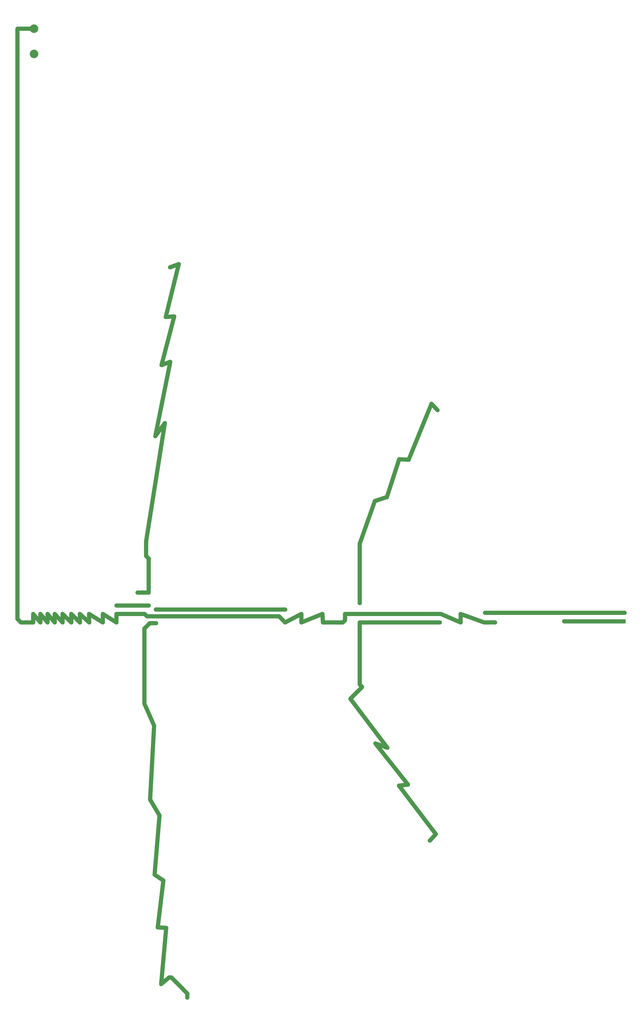
<source format=gbr>
%TF.GenerationSoftware,KiCad,Pcbnew,7.0.1-3b83917a11~172~ubuntu22.04.1*%
%TF.CreationDate,2023-12-10T13:38:52-05:00*%
%TF.ProjectId,coil_template_second,636f696c-5f74-4656-9d70-6c6174655f73,rev?*%
%TF.SameCoordinates,Original*%
%TF.FileFunction,Copper,L2,Bot*%
%TF.FilePolarity,Positive*%
%FSLAX46Y46*%
G04 Gerber Fmt 4.6, Leading zero omitted, Abs format (unit mm)*
G04 Created by KiCad (PCBNEW 7.0.1-3b83917a11~172~ubuntu22.04.1) date 2023-12-10 13:38:52*
%MOMM*%
%LPD*%
G01*
G04 APERTURE LIST*
%TA.AperFunction,ComponentPad*%
%ADD10C,10.160000*%
%TD*%
%TA.AperFunction,SMDPad,CuDef*%
%ADD11R,5.000000X5.000000*%
%TD*%
%TA.AperFunction,ViaPad*%
%ADD12C,4.000000*%
%TD*%
%TA.AperFunction,Conductor*%
%ADD13C,5.000000*%
%TD*%
G04 APERTURE END LIST*
D10*
%TO.P,J1,1,Pin_1*%
%TO.N,Net-(J1-Pin_1)*%
X45240000Y-75240000D03*
%TO.P,J1,2,Pin_2*%
X45240000Y-45270000D03*
%TD*%
D11*
%TO.P,J1,1,Pin_1*%
%TO.N,Net-(J1-Pin_1)*%
X745000000Y-748789483D03*
%TD*%
D12*
%TO.N,Net-(J1-Pin_1)*%
X592466434Y-749937162D03*
X343442040Y-734741099D03*
X343442040Y-734741099D03*
X190095495Y-750849384D03*
X526914134Y-750008292D03*
X343442040Y-734741099D03*
X580578717Y-738644983D03*
X181359789Y-729947892D03*
X189991026Y-734539077D03*
X515012236Y-1009020493D03*
X168143768Y-714588348D03*
X227086274Y-1195270161D03*
X745986242Y-738453541D03*
X524253381Y-497990353D03*
X431959765Y-726676862D03*
X206672059Y-328408960D03*
X674615065Y-748797472D03*
X143092593Y-729947892D03*
%TD*%
D13*
%TO.N,Net-(J1-Pin_1)*%
X188310000Y-1049357800D02*
X194140000Y-979180000D01*
X79100000Y-750000000D02*
X79100000Y-740000000D01*
X551640000Y-740000000D02*
X579580000Y-750000000D01*
X99630000Y-740000000D02*
X110710000Y-750000000D01*
X110710000Y-750000000D02*
X110550000Y-740000000D01*
X201520000Y-387457800D02*
X211610000Y-386850000D01*
X211610000Y-386848300D02*
X196520000Y-444560000D01*
X431860000Y-656538500D02*
X449740000Y-605970000D01*
X674607076Y-748789483D02*
X674565785Y-748789483D01*
X206910000Y-440627700D02*
X189140000Y-528990000D01*
X434505880Y-826842720D02*
X420690000Y-840658600D01*
X580578717Y-738644983D02*
X745794800Y-738644983D01*
X178230000Y-653750000D02*
X178230000Y-671160636D01*
X25494041Y-745857137D02*
X29648704Y-750011800D01*
X592509894Y-750000000D02*
X592540475Y-750030581D01*
X61270000Y-750000000D02*
X61270000Y-740000000D01*
X522120000Y-1001359000D02*
X515012236Y-1009020493D01*
X414392713Y-740000000D02*
X528160000Y-740000000D01*
X478400000Y-943727000D02*
X522120000Y-1001360000D01*
X431860000Y-656538500D02*
X431860000Y-726577097D01*
X79100000Y-740000000D02*
X89390000Y-750000000D01*
X196520000Y-444561000D02*
X206910000Y-440630000D01*
X168148871Y-714583245D02*
X168143768Y-714588348D01*
X431959765Y-726676862D02*
X431860000Y-726776627D01*
X44250000Y-740000000D02*
X52760000Y-750000000D01*
X227086274Y-1195270161D02*
X227152316Y-1195205173D01*
X200540000Y-513380600D02*
X178230000Y-653750000D01*
X746249304Y-738644983D02*
X746290091Y-738604196D01*
X343280000Y-750000000D02*
X362550000Y-740000000D01*
X205620000Y-1171383300D02*
X208204574Y-1171383300D01*
X745794800Y-738644983D02*
X745986242Y-738453541D01*
X431830662Y-750028948D02*
X431830662Y-823717480D01*
X52760000Y-750000000D02*
X52760000Y-740000000D01*
X89390000Y-740000000D02*
X99680000Y-750000000D01*
X89390000Y-750000000D02*
X89390000Y-740000000D01*
X745986242Y-738453541D02*
X746177684Y-738644983D01*
X431810006Y-750008292D02*
X431830662Y-750028948D01*
X99680000Y-750000000D02*
X99630000Y-740000000D01*
X222083219Y-1185261945D02*
X222083219Y-1185456910D01*
X192050000Y-1112002300D02*
X198750000Y-1056350000D01*
X176190000Y-757295415D02*
X176190000Y-846380000D01*
X528160000Y-740000000D02*
X551640000Y-750000000D01*
X362550000Y-740000000D02*
X362550000Y-750000000D01*
X142990000Y-740000000D02*
X176459033Y-739999999D01*
X45240000Y-45270000D02*
X25651386Y-45270000D01*
X222083219Y-1185456910D02*
X227152316Y-1190526007D01*
X208204574Y-1171383300D02*
X222083219Y-1185261945D01*
X464700000Y-898800800D02*
X450350000Y-893630000D01*
X489180000Y-942523500D02*
X478400000Y-943730000D01*
X61270000Y-740000000D02*
X69770000Y-750000000D01*
X194140000Y-979179900D02*
X182990000Y-960260000D01*
X206670000Y-328467400D02*
X217040000Y-324710000D01*
X434505880Y-826392698D02*
X434505880Y-826842720D01*
X182990000Y-960259200D02*
X187770000Y-872530000D01*
X196070000Y-1179325400D02*
X202110000Y-1112610000D01*
X431830662Y-823717480D02*
X434505880Y-826392698D01*
X25651386Y-45270000D02*
X25497893Y-45423493D01*
X178230000Y-671160636D02*
X181696074Y-674626710D01*
X388150000Y-750000000D02*
X411761229Y-750000000D01*
X489870000Y-556935000D02*
X517010000Y-490460000D01*
X746177684Y-738644983D02*
X746249304Y-738644983D01*
X420690000Y-840658600D02*
X464700000Y-898800000D01*
X193061489Y-734734957D02*
X189991026Y-734539077D01*
X217040000Y-324713400D02*
X201520000Y-387460000D01*
X745000000Y-748789483D02*
X674623054Y-748789483D01*
X387530000Y-740000000D02*
X388150000Y-750000000D01*
X464080000Y-601212400D02*
X478680000Y-556280000D01*
X411761229Y-750000000D02*
X414385132Y-747376097D01*
X168143768Y-714588348D02*
X168138665Y-714583245D01*
X431860000Y-726577097D02*
X431959765Y-726676862D01*
X551640000Y-750000000D02*
X551640000Y-740000000D01*
X449740000Y-605972100D02*
X464080000Y-601210000D01*
X189140000Y-528993400D02*
X200540000Y-513380000D01*
X202110000Y-1112607300D02*
X192050000Y-1112000000D01*
X126850000Y-750000000D02*
X126850000Y-740000000D01*
X126850000Y-740000000D02*
X142990000Y-750000000D01*
X431860000Y-726776627D02*
X431860000Y-727055296D01*
X674623054Y-748789483D02*
X674615065Y-748797472D01*
X69770000Y-750000000D02*
X69770000Y-740000000D01*
X110550000Y-740000000D02*
X126850000Y-750000000D01*
X179221041Y-742762007D02*
X336042007Y-742762007D01*
X181696074Y-674626710D02*
X181271478Y-675051306D01*
X176190000Y-846380000D02*
X187770000Y-872526700D01*
X168138665Y-714583245D02*
X168078016Y-714583245D01*
X362550000Y-750000000D02*
X387530000Y-740000000D01*
X190095495Y-750849384D02*
X182636031Y-750849384D01*
X579580000Y-750000000D02*
X592466434Y-749937162D01*
X25497893Y-745853285D02*
X25494041Y-745857137D01*
X143092593Y-729947892D02*
X181359789Y-729947892D01*
X182636031Y-750849384D02*
X176190000Y-757295415D01*
X25497893Y-45423493D02*
X25497893Y-745853285D01*
X343442040Y-734741099D02*
X193067631Y-734741099D01*
X517010000Y-490461900D02*
X524160000Y-498060000D01*
X181271478Y-714583245D02*
X168148871Y-714583245D01*
X44238200Y-750011800D02*
X44250000Y-750000000D01*
X142990000Y-750000000D02*
X142990000Y-740000000D01*
X414385132Y-747376097D02*
X414385132Y-739992419D01*
X196070000Y-1179330000D02*
X205620000Y-1171383300D01*
X414385132Y-739992419D02*
X414392713Y-740000000D01*
X29648704Y-750011800D02*
X44238200Y-750011800D01*
X592466434Y-749937162D02*
X592509894Y-750000000D01*
X431860000Y-727055296D02*
X431792399Y-727122897D01*
X515012236Y-1009020493D02*
X514960000Y-1009030000D01*
X52760000Y-740000000D02*
X61270000Y-750000000D01*
X674615065Y-748797472D02*
X674607076Y-748789483D01*
X674565785Y-748789483D02*
X674452958Y-748676656D01*
X526914134Y-750008292D02*
X431810006Y-750008292D01*
X198750000Y-1056352100D02*
X188310000Y-1049360000D01*
X227152316Y-1190526007D02*
X227086274Y-1195270161D01*
X336042007Y-742762007D02*
X343280000Y-750000000D01*
X193067631Y-734741099D02*
X193061489Y-734734957D01*
X478680000Y-556281200D02*
X489870000Y-556930000D01*
X450350000Y-893630000D02*
X489180000Y-942520000D01*
X181271478Y-675051306D02*
X181271478Y-714583245D01*
X189991026Y-734539077D02*
X189860439Y-734734957D01*
X176459033Y-739999999D02*
X179221041Y-742762007D01*
X44250000Y-750000000D02*
X44250000Y-740000000D01*
X69770000Y-740000000D02*
X79100000Y-750000000D01*
%TD*%
M02*

</source>
